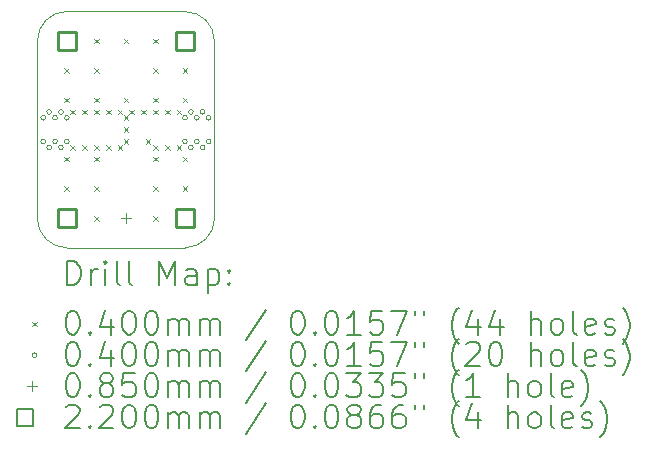
<source format=gbr>
%FSLAX45Y45*%
G04 Gerber Fmt 4.5, Leading zero omitted, Abs format (unit mm)*
G04 Created by KiCad (PCBNEW 6.0.2-378541a8eb~116~ubuntu20.04.1) date 2022-03-06 10:26:16*
%MOMM*%
%LPD*%
G01*
G04 APERTURE LIST*
%TA.AperFunction,Profile*%
%ADD10C,0.100000*%
%TD*%
%ADD11C,0.200000*%
%ADD12C,0.040000*%
%ADD13C,0.085000*%
%ADD14C,0.220000*%
G04 APERTURE END LIST*
D10*
X12250000Y-7500000D02*
X12250000Y-9000000D01*
X12500000Y-9250000D02*
X13500000Y-9250000D01*
X13750000Y-7500000D02*
G75*
G03*
X13500000Y-7250000I-250000J0D01*
G01*
X12250000Y-9000000D02*
G75*
G03*
X12500000Y-9250000I250000J0D01*
G01*
X12500000Y-7250000D02*
X13500000Y-7250000D01*
X13750000Y-7500000D02*
X13750000Y-9000000D01*
X12500000Y-7250000D02*
G75*
G03*
X12250000Y-7500000I0J-250000D01*
G01*
X13500000Y-9250000D02*
G75*
G03*
X13750000Y-9000000I0J250000D01*
G01*
D11*
D12*
X12480000Y-7730000D02*
X12520000Y-7770000D01*
X12520000Y-7730000D02*
X12480000Y-7770000D01*
X12480000Y-7980000D02*
X12520000Y-8020000D01*
X12520000Y-7980000D02*
X12480000Y-8020000D01*
X12480000Y-8480000D02*
X12520000Y-8520000D01*
X12520000Y-8480000D02*
X12480000Y-8520000D01*
X12480000Y-8730000D02*
X12520000Y-8770000D01*
X12520000Y-8730000D02*
X12480000Y-8770000D01*
X12530000Y-8080000D02*
X12570000Y-8120000D01*
X12570000Y-8080000D02*
X12530000Y-8120000D01*
X12530000Y-8380000D02*
X12570000Y-8420000D01*
X12570000Y-8380000D02*
X12530000Y-8420000D01*
X12630000Y-8080000D02*
X12670000Y-8120000D01*
X12670000Y-8080000D02*
X12630000Y-8120000D01*
X12630000Y-8380000D02*
X12670000Y-8420000D01*
X12670000Y-8380000D02*
X12630000Y-8420000D01*
X12730000Y-7480000D02*
X12770000Y-7520000D01*
X12770000Y-7480000D02*
X12730000Y-7520000D01*
X12730000Y-7730000D02*
X12770000Y-7770000D01*
X12770000Y-7730000D02*
X12730000Y-7770000D01*
X12730000Y-7980000D02*
X12770000Y-8020000D01*
X12770000Y-7980000D02*
X12730000Y-8020000D01*
X12730000Y-8080000D02*
X12770000Y-8120000D01*
X12770000Y-8080000D02*
X12730000Y-8120000D01*
X12730000Y-8380000D02*
X12770000Y-8420000D01*
X12770000Y-8380000D02*
X12730000Y-8420000D01*
X12730000Y-8480000D02*
X12770000Y-8520000D01*
X12770000Y-8480000D02*
X12730000Y-8520000D01*
X12730000Y-8730000D02*
X12770000Y-8770000D01*
X12770000Y-8730000D02*
X12730000Y-8770000D01*
X12730000Y-8980000D02*
X12770000Y-9020000D01*
X12770000Y-8980000D02*
X12730000Y-9020000D01*
X12830000Y-8080000D02*
X12870000Y-8120000D01*
X12870000Y-8080000D02*
X12830000Y-8120000D01*
X12830000Y-8380000D02*
X12870000Y-8420000D01*
X12870000Y-8380000D02*
X12830000Y-8420000D01*
X12930000Y-8080000D02*
X12970000Y-8120000D01*
X12970000Y-8080000D02*
X12930000Y-8120000D01*
X12930000Y-8380000D02*
X12970000Y-8420000D01*
X12970000Y-8380000D02*
X12930000Y-8420000D01*
X12980000Y-7480000D02*
X13020000Y-7520000D01*
X13020000Y-7480000D02*
X12980000Y-7520000D01*
X12980000Y-7980000D02*
X13020000Y-8020000D01*
X13020000Y-7980000D02*
X12980000Y-8020000D01*
X12980000Y-8130000D02*
X13020000Y-8170000D01*
X13020000Y-8130000D02*
X12980000Y-8170000D01*
X12980000Y-8230000D02*
X13020000Y-8270000D01*
X13020000Y-8230000D02*
X12980000Y-8270000D01*
X12980000Y-8330000D02*
X13020000Y-8370000D01*
X13020000Y-8330000D02*
X12980000Y-8370000D01*
X13030000Y-8080000D02*
X13070000Y-8120000D01*
X13070000Y-8080000D02*
X13030000Y-8120000D01*
X13130000Y-8080000D02*
X13170000Y-8120000D01*
X13170000Y-8080000D02*
X13130000Y-8120000D01*
X13166265Y-8329656D02*
X13206265Y-8369656D01*
X13206265Y-8329656D02*
X13166265Y-8369656D01*
X13230000Y-7480000D02*
X13270000Y-7520000D01*
X13270000Y-7480000D02*
X13230000Y-7520000D01*
X13230000Y-7730000D02*
X13270000Y-7770000D01*
X13270000Y-7730000D02*
X13230000Y-7770000D01*
X13230000Y-7980000D02*
X13270000Y-8020000D01*
X13270000Y-7980000D02*
X13230000Y-8020000D01*
X13230000Y-8080000D02*
X13270000Y-8120000D01*
X13270000Y-8080000D02*
X13230000Y-8120000D01*
X13230000Y-8380000D02*
X13270000Y-8420000D01*
X13270000Y-8380000D02*
X13230000Y-8420000D01*
X13230000Y-8480000D02*
X13270000Y-8520000D01*
X13270000Y-8480000D02*
X13230000Y-8520000D01*
X13230000Y-8730000D02*
X13270000Y-8770000D01*
X13270000Y-8730000D02*
X13230000Y-8770000D01*
X13230000Y-8980000D02*
X13270000Y-9020000D01*
X13270000Y-8980000D02*
X13230000Y-9020000D01*
X13330000Y-8080000D02*
X13370000Y-8120000D01*
X13370000Y-8080000D02*
X13330000Y-8120000D01*
X13330000Y-8380000D02*
X13370000Y-8420000D01*
X13370000Y-8380000D02*
X13330000Y-8420000D01*
X13430000Y-8080000D02*
X13470000Y-8120000D01*
X13470000Y-8080000D02*
X13430000Y-8120000D01*
X13430000Y-8380000D02*
X13470000Y-8420000D01*
X13470000Y-8380000D02*
X13430000Y-8420000D01*
X13480000Y-7730000D02*
X13520000Y-7770000D01*
X13520000Y-7730000D02*
X13480000Y-7770000D01*
X13480000Y-7980000D02*
X13520000Y-8020000D01*
X13520000Y-7980000D02*
X13480000Y-8020000D01*
X13480000Y-8480000D02*
X13520000Y-8520000D01*
X13520000Y-8480000D02*
X13480000Y-8520000D01*
X13480000Y-8730000D02*
X13520000Y-8770000D01*
X13520000Y-8730000D02*
X13480000Y-8770000D01*
X12320000Y-8150000D02*
G75*
G03*
X12320000Y-8150000I-20000J0D01*
G01*
X12320000Y-8350000D02*
G75*
G03*
X12320000Y-8350000I-20000J0D01*
G01*
X12370000Y-8100000D02*
G75*
G03*
X12370000Y-8100000I-20000J0D01*
G01*
X12370000Y-8400000D02*
G75*
G03*
X12370000Y-8400000I-20000J0D01*
G01*
X12420000Y-8150000D02*
G75*
G03*
X12420000Y-8150000I-20000J0D01*
G01*
X12420000Y-8350000D02*
G75*
G03*
X12420000Y-8350000I-20000J0D01*
G01*
X12470000Y-8100000D02*
G75*
G03*
X12470000Y-8100000I-20000J0D01*
G01*
X12470000Y-8400000D02*
G75*
G03*
X12470000Y-8400000I-20000J0D01*
G01*
X12520000Y-8150000D02*
G75*
G03*
X12520000Y-8150000I-20000J0D01*
G01*
X12520000Y-8350000D02*
G75*
G03*
X12520000Y-8350000I-20000J0D01*
G01*
X13520000Y-8150000D02*
G75*
G03*
X13520000Y-8150000I-20000J0D01*
G01*
X13520000Y-8350000D02*
G75*
G03*
X13520000Y-8350000I-20000J0D01*
G01*
X13570000Y-8100000D02*
G75*
G03*
X13570000Y-8100000I-20000J0D01*
G01*
X13570000Y-8400000D02*
G75*
G03*
X13570000Y-8400000I-20000J0D01*
G01*
X13620000Y-8150000D02*
G75*
G03*
X13620000Y-8150000I-20000J0D01*
G01*
X13620000Y-8350000D02*
G75*
G03*
X13620000Y-8350000I-20000J0D01*
G01*
X13670000Y-8100000D02*
G75*
G03*
X13670000Y-8100000I-20000J0D01*
G01*
X13670000Y-8400000D02*
G75*
G03*
X13670000Y-8400000I-20000J0D01*
G01*
X13720000Y-8150000D02*
G75*
G03*
X13720000Y-8150000I-20000J0D01*
G01*
X13720000Y-8350000D02*
G75*
G03*
X13720000Y-8350000I-20000J0D01*
G01*
D13*
X13000000Y-8957500D02*
X13000000Y-9042500D01*
X12957500Y-9000000D02*
X13042500Y-9000000D01*
D14*
X12577782Y-7577782D02*
X12577782Y-7422217D01*
X12422217Y-7422217D01*
X12422217Y-7577782D01*
X12577782Y-7577782D01*
X12577782Y-9077783D02*
X12577782Y-8922218D01*
X12422217Y-8922218D01*
X12422217Y-9077783D01*
X12577782Y-9077783D01*
X13577782Y-7577782D02*
X13577782Y-7422217D01*
X13422217Y-7422217D01*
X13422217Y-7577782D01*
X13577782Y-7577782D01*
X13577782Y-9077783D02*
X13577782Y-8922218D01*
X13422217Y-8922218D01*
X13422217Y-9077783D01*
X13577782Y-9077783D01*
D11*
X12502619Y-9565476D02*
X12502619Y-9365476D01*
X12550238Y-9365476D01*
X12578809Y-9375000D01*
X12597857Y-9394048D01*
X12607381Y-9413095D01*
X12616905Y-9451190D01*
X12616905Y-9479762D01*
X12607381Y-9517857D01*
X12597857Y-9536905D01*
X12578809Y-9555952D01*
X12550238Y-9565476D01*
X12502619Y-9565476D01*
X12702619Y-9565476D02*
X12702619Y-9432143D01*
X12702619Y-9470238D02*
X12712143Y-9451190D01*
X12721667Y-9441667D01*
X12740714Y-9432143D01*
X12759762Y-9432143D01*
X12826428Y-9565476D02*
X12826428Y-9432143D01*
X12826428Y-9365476D02*
X12816905Y-9375000D01*
X12826428Y-9384524D01*
X12835952Y-9375000D01*
X12826428Y-9365476D01*
X12826428Y-9384524D01*
X12950238Y-9565476D02*
X12931190Y-9555952D01*
X12921667Y-9536905D01*
X12921667Y-9365476D01*
X13055000Y-9565476D02*
X13035952Y-9555952D01*
X13026428Y-9536905D01*
X13026428Y-9365476D01*
X13283571Y-9565476D02*
X13283571Y-9365476D01*
X13350238Y-9508333D01*
X13416905Y-9365476D01*
X13416905Y-9565476D01*
X13597857Y-9565476D02*
X13597857Y-9460714D01*
X13588333Y-9441667D01*
X13569286Y-9432143D01*
X13531190Y-9432143D01*
X13512143Y-9441667D01*
X13597857Y-9555952D02*
X13578809Y-9565476D01*
X13531190Y-9565476D01*
X13512143Y-9555952D01*
X13502619Y-9536905D01*
X13502619Y-9517857D01*
X13512143Y-9498810D01*
X13531190Y-9489286D01*
X13578809Y-9489286D01*
X13597857Y-9479762D01*
X13693095Y-9432143D02*
X13693095Y-9632143D01*
X13693095Y-9441667D02*
X13712143Y-9432143D01*
X13750238Y-9432143D01*
X13769286Y-9441667D01*
X13778809Y-9451190D01*
X13788333Y-9470238D01*
X13788333Y-9527381D01*
X13778809Y-9546429D01*
X13769286Y-9555952D01*
X13750238Y-9565476D01*
X13712143Y-9565476D01*
X13693095Y-9555952D01*
X13874048Y-9546429D02*
X13883571Y-9555952D01*
X13874048Y-9565476D01*
X13864524Y-9555952D01*
X13874048Y-9546429D01*
X13874048Y-9565476D01*
X13874048Y-9441667D02*
X13883571Y-9451190D01*
X13874048Y-9460714D01*
X13864524Y-9451190D01*
X13874048Y-9441667D01*
X13874048Y-9460714D01*
D12*
X12205000Y-9875000D02*
X12245000Y-9915000D01*
X12245000Y-9875000D02*
X12205000Y-9915000D01*
D11*
X12540714Y-9785476D02*
X12559762Y-9785476D01*
X12578809Y-9795000D01*
X12588333Y-9804524D01*
X12597857Y-9823571D01*
X12607381Y-9861667D01*
X12607381Y-9909286D01*
X12597857Y-9947381D01*
X12588333Y-9966429D01*
X12578809Y-9975952D01*
X12559762Y-9985476D01*
X12540714Y-9985476D01*
X12521667Y-9975952D01*
X12512143Y-9966429D01*
X12502619Y-9947381D01*
X12493095Y-9909286D01*
X12493095Y-9861667D01*
X12502619Y-9823571D01*
X12512143Y-9804524D01*
X12521667Y-9795000D01*
X12540714Y-9785476D01*
X12693095Y-9966429D02*
X12702619Y-9975952D01*
X12693095Y-9985476D01*
X12683571Y-9975952D01*
X12693095Y-9966429D01*
X12693095Y-9985476D01*
X12874048Y-9852143D02*
X12874048Y-9985476D01*
X12826428Y-9775952D02*
X12778809Y-9918810D01*
X12902619Y-9918810D01*
X13016905Y-9785476D02*
X13035952Y-9785476D01*
X13055000Y-9795000D01*
X13064524Y-9804524D01*
X13074048Y-9823571D01*
X13083571Y-9861667D01*
X13083571Y-9909286D01*
X13074048Y-9947381D01*
X13064524Y-9966429D01*
X13055000Y-9975952D01*
X13035952Y-9985476D01*
X13016905Y-9985476D01*
X12997857Y-9975952D01*
X12988333Y-9966429D01*
X12978809Y-9947381D01*
X12969286Y-9909286D01*
X12969286Y-9861667D01*
X12978809Y-9823571D01*
X12988333Y-9804524D01*
X12997857Y-9795000D01*
X13016905Y-9785476D01*
X13207381Y-9785476D02*
X13226428Y-9785476D01*
X13245476Y-9795000D01*
X13255000Y-9804524D01*
X13264524Y-9823571D01*
X13274048Y-9861667D01*
X13274048Y-9909286D01*
X13264524Y-9947381D01*
X13255000Y-9966429D01*
X13245476Y-9975952D01*
X13226428Y-9985476D01*
X13207381Y-9985476D01*
X13188333Y-9975952D01*
X13178809Y-9966429D01*
X13169286Y-9947381D01*
X13159762Y-9909286D01*
X13159762Y-9861667D01*
X13169286Y-9823571D01*
X13178809Y-9804524D01*
X13188333Y-9795000D01*
X13207381Y-9785476D01*
X13359762Y-9985476D02*
X13359762Y-9852143D01*
X13359762Y-9871190D02*
X13369286Y-9861667D01*
X13388333Y-9852143D01*
X13416905Y-9852143D01*
X13435952Y-9861667D01*
X13445476Y-9880714D01*
X13445476Y-9985476D01*
X13445476Y-9880714D02*
X13455000Y-9861667D01*
X13474048Y-9852143D01*
X13502619Y-9852143D01*
X13521667Y-9861667D01*
X13531190Y-9880714D01*
X13531190Y-9985476D01*
X13626428Y-9985476D02*
X13626428Y-9852143D01*
X13626428Y-9871190D02*
X13635952Y-9861667D01*
X13655000Y-9852143D01*
X13683571Y-9852143D01*
X13702619Y-9861667D01*
X13712143Y-9880714D01*
X13712143Y-9985476D01*
X13712143Y-9880714D02*
X13721667Y-9861667D01*
X13740714Y-9852143D01*
X13769286Y-9852143D01*
X13788333Y-9861667D01*
X13797857Y-9880714D01*
X13797857Y-9985476D01*
X14188333Y-9775952D02*
X14016905Y-10033095D01*
X14445476Y-9785476D02*
X14464524Y-9785476D01*
X14483571Y-9795000D01*
X14493095Y-9804524D01*
X14502619Y-9823571D01*
X14512143Y-9861667D01*
X14512143Y-9909286D01*
X14502619Y-9947381D01*
X14493095Y-9966429D01*
X14483571Y-9975952D01*
X14464524Y-9985476D01*
X14445476Y-9985476D01*
X14426428Y-9975952D01*
X14416905Y-9966429D01*
X14407381Y-9947381D01*
X14397857Y-9909286D01*
X14397857Y-9861667D01*
X14407381Y-9823571D01*
X14416905Y-9804524D01*
X14426428Y-9795000D01*
X14445476Y-9785476D01*
X14597857Y-9966429D02*
X14607381Y-9975952D01*
X14597857Y-9985476D01*
X14588333Y-9975952D01*
X14597857Y-9966429D01*
X14597857Y-9985476D01*
X14731190Y-9785476D02*
X14750238Y-9785476D01*
X14769286Y-9795000D01*
X14778809Y-9804524D01*
X14788333Y-9823571D01*
X14797857Y-9861667D01*
X14797857Y-9909286D01*
X14788333Y-9947381D01*
X14778809Y-9966429D01*
X14769286Y-9975952D01*
X14750238Y-9985476D01*
X14731190Y-9985476D01*
X14712143Y-9975952D01*
X14702619Y-9966429D01*
X14693095Y-9947381D01*
X14683571Y-9909286D01*
X14683571Y-9861667D01*
X14693095Y-9823571D01*
X14702619Y-9804524D01*
X14712143Y-9795000D01*
X14731190Y-9785476D01*
X14988333Y-9985476D02*
X14874048Y-9985476D01*
X14931190Y-9985476D02*
X14931190Y-9785476D01*
X14912143Y-9814048D01*
X14893095Y-9833095D01*
X14874048Y-9842619D01*
X15169286Y-9785476D02*
X15074048Y-9785476D01*
X15064524Y-9880714D01*
X15074048Y-9871190D01*
X15093095Y-9861667D01*
X15140714Y-9861667D01*
X15159762Y-9871190D01*
X15169286Y-9880714D01*
X15178809Y-9899762D01*
X15178809Y-9947381D01*
X15169286Y-9966429D01*
X15159762Y-9975952D01*
X15140714Y-9985476D01*
X15093095Y-9985476D01*
X15074048Y-9975952D01*
X15064524Y-9966429D01*
X15245476Y-9785476D02*
X15378809Y-9785476D01*
X15293095Y-9985476D01*
X15445476Y-9785476D02*
X15445476Y-9823571D01*
X15521667Y-9785476D02*
X15521667Y-9823571D01*
X15816905Y-10061667D02*
X15807381Y-10052143D01*
X15788333Y-10023571D01*
X15778809Y-10004524D01*
X15769286Y-9975952D01*
X15759762Y-9928333D01*
X15759762Y-9890238D01*
X15769286Y-9842619D01*
X15778809Y-9814048D01*
X15788333Y-9795000D01*
X15807381Y-9766429D01*
X15816905Y-9756905D01*
X15978809Y-9852143D02*
X15978809Y-9985476D01*
X15931190Y-9775952D02*
X15883571Y-9918810D01*
X16007381Y-9918810D01*
X16169286Y-9852143D02*
X16169286Y-9985476D01*
X16121667Y-9775952D02*
X16074048Y-9918810D01*
X16197857Y-9918810D01*
X16426428Y-9985476D02*
X16426428Y-9785476D01*
X16512143Y-9985476D02*
X16512143Y-9880714D01*
X16502619Y-9861667D01*
X16483571Y-9852143D01*
X16455000Y-9852143D01*
X16435952Y-9861667D01*
X16426428Y-9871190D01*
X16635952Y-9985476D02*
X16616905Y-9975952D01*
X16607381Y-9966429D01*
X16597857Y-9947381D01*
X16597857Y-9890238D01*
X16607381Y-9871190D01*
X16616905Y-9861667D01*
X16635952Y-9852143D01*
X16664524Y-9852143D01*
X16683571Y-9861667D01*
X16693095Y-9871190D01*
X16702619Y-9890238D01*
X16702619Y-9947381D01*
X16693095Y-9966429D01*
X16683571Y-9975952D01*
X16664524Y-9985476D01*
X16635952Y-9985476D01*
X16816905Y-9985476D02*
X16797857Y-9975952D01*
X16788333Y-9956905D01*
X16788333Y-9785476D01*
X16969286Y-9975952D02*
X16950238Y-9985476D01*
X16912143Y-9985476D01*
X16893095Y-9975952D01*
X16883571Y-9956905D01*
X16883571Y-9880714D01*
X16893095Y-9861667D01*
X16912143Y-9852143D01*
X16950238Y-9852143D01*
X16969286Y-9861667D01*
X16978810Y-9880714D01*
X16978810Y-9899762D01*
X16883571Y-9918810D01*
X17055000Y-9975952D02*
X17074048Y-9985476D01*
X17112143Y-9985476D01*
X17131190Y-9975952D01*
X17140714Y-9956905D01*
X17140714Y-9947381D01*
X17131190Y-9928333D01*
X17112143Y-9918810D01*
X17083571Y-9918810D01*
X17064524Y-9909286D01*
X17055000Y-9890238D01*
X17055000Y-9880714D01*
X17064524Y-9861667D01*
X17083571Y-9852143D01*
X17112143Y-9852143D01*
X17131190Y-9861667D01*
X17207381Y-10061667D02*
X17216905Y-10052143D01*
X17235952Y-10023571D01*
X17245476Y-10004524D01*
X17255000Y-9975952D01*
X17264524Y-9928333D01*
X17264524Y-9890238D01*
X17255000Y-9842619D01*
X17245476Y-9814048D01*
X17235952Y-9795000D01*
X17216905Y-9766429D01*
X17207381Y-9756905D01*
D12*
X12245000Y-10159000D02*
G75*
G03*
X12245000Y-10159000I-20000J0D01*
G01*
D11*
X12540714Y-10049476D02*
X12559762Y-10049476D01*
X12578809Y-10059000D01*
X12588333Y-10068524D01*
X12597857Y-10087571D01*
X12607381Y-10125667D01*
X12607381Y-10173286D01*
X12597857Y-10211381D01*
X12588333Y-10230429D01*
X12578809Y-10239952D01*
X12559762Y-10249476D01*
X12540714Y-10249476D01*
X12521667Y-10239952D01*
X12512143Y-10230429D01*
X12502619Y-10211381D01*
X12493095Y-10173286D01*
X12493095Y-10125667D01*
X12502619Y-10087571D01*
X12512143Y-10068524D01*
X12521667Y-10059000D01*
X12540714Y-10049476D01*
X12693095Y-10230429D02*
X12702619Y-10239952D01*
X12693095Y-10249476D01*
X12683571Y-10239952D01*
X12693095Y-10230429D01*
X12693095Y-10249476D01*
X12874048Y-10116143D02*
X12874048Y-10249476D01*
X12826428Y-10039952D02*
X12778809Y-10182810D01*
X12902619Y-10182810D01*
X13016905Y-10049476D02*
X13035952Y-10049476D01*
X13055000Y-10059000D01*
X13064524Y-10068524D01*
X13074048Y-10087571D01*
X13083571Y-10125667D01*
X13083571Y-10173286D01*
X13074048Y-10211381D01*
X13064524Y-10230429D01*
X13055000Y-10239952D01*
X13035952Y-10249476D01*
X13016905Y-10249476D01*
X12997857Y-10239952D01*
X12988333Y-10230429D01*
X12978809Y-10211381D01*
X12969286Y-10173286D01*
X12969286Y-10125667D01*
X12978809Y-10087571D01*
X12988333Y-10068524D01*
X12997857Y-10059000D01*
X13016905Y-10049476D01*
X13207381Y-10049476D02*
X13226428Y-10049476D01*
X13245476Y-10059000D01*
X13255000Y-10068524D01*
X13264524Y-10087571D01*
X13274048Y-10125667D01*
X13274048Y-10173286D01*
X13264524Y-10211381D01*
X13255000Y-10230429D01*
X13245476Y-10239952D01*
X13226428Y-10249476D01*
X13207381Y-10249476D01*
X13188333Y-10239952D01*
X13178809Y-10230429D01*
X13169286Y-10211381D01*
X13159762Y-10173286D01*
X13159762Y-10125667D01*
X13169286Y-10087571D01*
X13178809Y-10068524D01*
X13188333Y-10059000D01*
X13207381Y-10049476D01*
X13359762Y-10249476D02*
X13359762Y-10116143D01*
X13359762Y-10135190D02*
X13369286Y-10125667D01*
X13388333Y-10116143D01*
X13416905Y-10116143D01*
X13435952Y-10125667D01*
X13445476Y-10144714D01*
X13445476Y-10249476D01*
X13445476Y-10144714D02*
X13455000Y-10125667D01*
X13474048Y-10116143D01*
X13502619Y-10116143D01*
X13521667Y-10125667D01*
X13531190Y-10144714D01*
X13531190Y-10249476D01*
X13626428Y-10249476D02*
X13626428Y-10116143D01*
X13626428Y-10135190D02*
X13635952Y-10125667D01*
X13655000Y-10116143D01*
X13683571Y-10116143D01*
X13702619Y-10125667D01*
X13712143Y-10144714D01*
X13712143Y-10249476D01*
X13712143Y-10144714D02*
X13721667Y-10125667D01*
X13740714Y-10116143D01*
X13769286Y-10116143D01*
X13788333Y-10125667D01*
X13797857Y-10144714D01*
X13797857Y-10249476D01*
X14188333Y-10039952D02*
X14016905Y-10297095D01*
X14445476Y-10049476D02*
X14464524Y-10049476D01*
X14483571Y-10059000D01*
X14493095Y-10068524D01*
X14502619Y-10087571D01*
X14512143Y-10125667D01*
X14512143Y-10173286D01*
X14502619Y-10211381D01*
X14493095Y-10230429D01*
X14483571Y-10239952D01*
X14464524Y-10249476D01*
X14445476Y-10249476D01*
X14426428Y-10239952D01*
X14416905Y-10230429D01*
X14407381Y-10211381D01*
X14397857Y-10173286D01*
X14397857Y-10125667D01*
X14407381Y-10087571D01*
X14416905Y-10068524D01*
X14426428Y-10059000D01*
X14445476Y-10049476D01*
X14597857Y-10230429D02*
X14607381Y-10239952D01*
X14597857Y-10249476D01*
X14588333Y-10239952D01*
X14597857Y-10230429D01*
X14597857Y-10249476D01*
X14731190Y-10049476D02*
X14750238Y-10049476D01*
X14769286Y-10059000D01*
X14778809Y-10068524D01*
X14788333Y-10087571D01*
X14797857Y-10125667D01*
X14797857Y-10173286D01*
X14788333Y-10211381D01*
X14778809Y-10230429D01*
X14769286Y-10239952D01*
X14750238Y-10249476D01*
X14731190Y-10249476D01*
X14712143Y-10239952D01*
X14702619Y-10230429D01*
X14693095Y-10211381D01*
X14683571Y-10173286D01*
X14683571Y-10125667D01*
X14693095Y-10087571D01*
X14702619Y-10068524D01*
X14712143Y-10059000D01*
X14731190Y-10049476D01*
X14988333Y-10249476D02*
X14874048Y-10249476D01*
X14931190Y-10249476D02*
X14931190Y-10049476D01*
X14912143Y-10078048D01*
X14893095Y-10097095D01*
X14874048Y-10106619D01*
X15169286Y-10049476D02*
X15074048Y-10049476D01*
X15064524Y-10144714D01*
X15074048Y-10135190D01*
X15093095Y-10125667D01*
X15140714Y-10125667D01*
X15159762Y-10135190D01*
X15169286Y-10144714D01*
X15178809Y-10163762D01*
X15178809Y-10211381D01*
X15169286Y-10230429D01*
X15159762Y-10239952D01*
X15140714Y-10249476D01*
X15093095Y-10249476D01*
X15074048Y-10239952D01*
X15064524Y-10230429D01*
X15245476Y-10049476D02*
X15378809Y-10049476D01*
X15293095Y-10249476D01*
X15445476Y-10049476D02*
X15445476Y-10087571D01*
X15521667Y-10049476D02*
X15521667Y-10087571D01*
X15816905Y-10325667D02*
X15807381Y-10316143D01*
X15788333Y-10287571D01*
X15778809Y-10268524D01*
X15769286Y-10239952D01*
X15759762Y-10192333D01*
X15759762Y-10154238D01*
X15769286Y-10106619D01*
X15778809Y-10078048D01*
X15788333Y-10059000D01*
X15807381Y-10030429D01*
X15816905Y-10020905D01*
X15883571Y-10068524D02*
X15893095Y-10059000D01*
X15912143Y-10049476D01*
X15959762Y-10049476D01*
X15978809Y-10059000D01*
X15988333Y-10068524D01*
X15997857Y-10087571D01*
X15997857Y-10106619D01*
X15988333Y-10135190D01*
X15874048Y-10249476D01*
X15997857Y-10249476D01*
X16121667Y-10049476D02*
X16140714Y-10049476D01*
X16159762Y-10059000D01*
X16169286Y-10068524D01*
X16178809Y-10087571D01*
X16188333Y-10125667D01*
X16188333Y-10173286D01*
X16178809Y-10211381D01*
X16169286Y-10230429D01*
X16159762Y-10239952D01*
X16140714Y-10249476D01*
X16121667Y-10249476D01*
X16102619Y-10239952D01*
X16093095Y-10230429D01*
X16083571Y-10211381D01*
X16074048Y-10173286D01*
X16074048Y-10125667D01*
X16083571Y-10087571D01*
X16093095Y-10068524D01*
X16102619Y-10059000D01*
X16121667Y-10049476D01*
X16426428Y-10249476D02*
X16426428Y-10049476D01*
X16512143Y-10249476D02*
X16512143Y-10144714D01*
X16502619Y-10125667D01*
X16483571Y-10116143D01*
X16455000Y-10116143D01*
X16435952Y-10125667D01*
X16426428Y-10135190D01*
X16635952Y-10249476D02*
X16616905Y-10239952D01*
X16607381Y-10230429D01*
X16597857Y-10211381D01*
X16597857Y-10154238D01*
X16607381Y-10135190D01*
X16616905Y-10125667D01*
X16635952Y-10116143D01*
X16664524Y-10116143D01*
X16683571Y-10125667D01*
X16693095Y-10135190D01*
X16702619Y-10154238D01*
X16702619Y-10211381D01*
X16693095Y-10230429D01*
X16683571Y-10239952D01*
X16664524Y-10249476D01*
X16635952Y-10249476D01*
X16816905Y-10249476D02*
X16797857Y-10239952D01*
X16788333Y-10220905D01*
X16788333Y-10049476D01*
X16969286Y-10239952D02*
X16950238Y-10249476D01*
X16912143Y-10249476D01*
X16893095Y-10239952D01*
X16883571Y-10220905D01*
X16883571Y-10144714D01*
X16893095Y-10125667D01*
X16912143Y-10116143D01*
X16950238Y-10116143D01*
X16969286Y-10125667D01*
X16978810Y-10144714D01*
X16978810Y-10163762D01*
X16883571Y-10182810D01*
X17055000Y-10239952D02*
X17074048Y-10249476D01*
X17112143Y-10249476D01*
X17131190Y-10239952D01*
X17140714Y-10220905D01*
X17140714Y-10211381D01*
X17131190Y-10192333D01*
X17112143Y-10182810D01*
X17083571Y-10182810D01*
X17064524Y-10173286D01*
X17055000Y-10154238D01*
X17055000Y-10144714D01*
X17064524Y-10125667D01*
X17083571Y-10116143D01*
X17112143Y-10116143D01*
X17131190Y-10125667D01*
X17207381Y-10325667D02*
X17216905Y-10316143D01*
X17235952Y-10287571D01*
X17245476Y-10268524D01*
X17255000Y-10239952D01*
X17264524Y-10192333D01*
X17264524Y-10154238D01*
X17255000Y-10106619D01*
X17245476Y-10078048D01*
X17235952Y-10059000D01*
X17216905Y-10030429D01*
X17207381Y-10020905D01*
D13*
X12202500Y-10380500D02*
X12202500Y-10465500D01*
X12160000Y-10423000D02*
X12245000Y-10423000D01*
D11*
X12540714Y-10313476D02*
X12559762Y-10313476D01*
X12578809Y-10323000D01*
X12588333Y-10332524D01*
X12597857Y-10351571D01*
X12607381Y-10389667D01*
X12607381Y-10437286D01*
X12597857Y-10475381D01*
X12588333Y-10494429D01*
X12578809Y-10503952D01*
X12559762Y-10513476D01*
X12540714Y-10513476D01*
X12521667Y-10503952D01*
X12512143Y-10494429D01*
X12502619Y-10475381D01*
X12493095Y-10437286D01*
X12493095Y-10389667D01*
X12502619Y-10351571D01*
X12512143Y-10332524D01*
X12521667Y-10323000D01*
X12540714Y-10313476D01*
X12693095Y-10494429D02*
X12702619Y-10503952D01*
X12693095Y-10513476D01*
X12683571Y-10503952D01*
X12693095Y-10494429D01*
X12693095Y-10513476D01*
X12816905Y-10399190D02*
X12797857Y-10389667D01*
X12788333Y-10380143D01*
X12778809Y-10361095D01*
X12778809Y-10351571D01*
X12788333Y-10332524D01*
X12797857Y-10323000D01*
X12816905Y-10313476D01*
X12855000Y-10313476D01*
X12874048Y-10323000D01*
X12883571Y-10332524D01*
X12893095Y-10351571D01*
X12893095Y-10361095D01*
X12883571Y-10380143D01*
X12874048Y-10389667D01*
X12855000Y-10399190D01*
X12816905Y-10399190D01*
X12797857Y-10408714D01*
X12788333Y-10418238D01*
X12778809Y-10437286D01*
X12778809Y-10475381D01*
X12788333Y-10494429D01*
X12797857Y-10503952D01*
X12816905Y-10513476D01*
X12855000Y-10513476D01*
X12874048Y-10503952D01*
X12883571Y-10494429D01*
X12893095Y-10475381D01*
X12893095Y-10437286D01*
X12883571Y-10418238D01*
X12874048Y-10408714D01*
X12855000Y-10399190D01*
X13074048Y-10313476D02*
X12978809Y-10313476D01*
X12969286Y-10408714D01*
X12978809Y-10399190D01*
X12997857Y-10389667D01*
X13045476Y-10389667D01*
X13064524Y-10399190D01*
X13074048Y-10408714D01*
X13083571Y-10427762D01*
X13083571Y-10475381D01*
X13074048Y-10494429D01*
X13064524Y-10503952D01*
X13045476Y-10513476D01*
X12997857Y-10513476D01*
X12978809Y-10503952D01*
X12969286Y-10494429D01*
X13207381Y-10313476D02*
X13226428Y-10313476D01*
X13245476Y-10323000D01*
X13255000Y-10332524D01*
X13264524Y-10351571D01*
X13274048Y-10389667D01*
X13274048Y-10437286D01*
X13264524Y-10475381D01*
X13255000Y-10494429D01*
X13245476Y-10503952D01*
X13226428Y-10513476D01*
X13207381Y-10513476D01*
X13188333Y-10503952D01*
X13178809Y-10494429D01*
X13169286Y-10475381D01*
X13159762Y-10437286D01*
X13159762Y-10389667D01*
X13169286Y-10351571D01*
X13178809Y-10332524D01*
X13188333Y-10323000D01*
X13207381Y-10313476D01*
X13359762Y-10513476D02*
X13359762Y-10380143D01*
X13359762Y-10399190D02*
X13369286Y-10389667D01*
X13388333Y-10380143D01*
X13416905Y-10380143D01*
X13435952Y-10389667D01*
X13445476Y-10408714D01*
X13445476Y-10513476D01*
X13445476Y-10408714D02*
X13455000Y-10389667D01*
X13474048Y-10380143D01*
X13502619Y-10380143D01*
X13521667Y-10389667D01*
X13531190Y-10408714D01*
X13531190Y-10513476D01*
X13626428Y-10513476D02*
X13626428Y-10380143D01*
X13626428Y-10399190D02*
X13635952Y-10389667D01*
X13655000Y-10380143D01*
X13683571Y-10380143D01*
X13702619Y-10389667D01*
X13712143Y-10408714D01*
X13712143Y-10513476D01*
X13712143Y-10408714D02*
X13721667Y-10389667D01*
X13740714Y-10380143D01*
X13769286Y-10380143D01*
X13788333Y-10389667D01*
X13797857Y-10408714D01*
X13797857Y-10513476D01*
X14188333Y-10303952D02*
X14016905Y-10561095D01*
X14445476Y-10313476D02*
X14464524Y-10313476D01*
X14483571Y-10323000D01*
X14493095Y-10332524D01*
X14502619Y-10351571D01*
X14512143Y-10389667D01*
X14512143Y-10437286D01*
X14502619Y-10475381D01*
X14493095Y-10494429D01*
X14483571Y-10503952D01*
X14464524Y-10513476D01*
X14445476Y-10513476D01*
X14426428Y-10503952D01*
X14416905Y-10494429D01*
X14407381Y-10475381D01*
X14397857Y-10437286D01*
X14397857Y-10389667D01*
X14407381Y-10351571D01*
X14416905Y-10332524D01*
X14426428Y-10323000D01*
X14445476Y-10313476D01*
X14597857Y-10494429D02*
X14607381Y-10503952D01*
X14597857Y-10513476D01*
X14588333Y-10503952D01*
X14597857Y-10494429D01*
X14597857Y-10513476D01*
X14731190Y-10313476D02*
X14750238Y-10313476D01*
X14769286Y-10323000D01*
X14778809Y-10332524D01*
X14788333Y-10351571D01*
X14797857Y-10389667D01*
X14797857Y-10437286D01*
X14788333Y-10475381D01*
X14778809Y-10494429D01*
X14769286Y-10503952D01*
X14750238Y-10513476D01*
X14731190Y-10513476D01*
X14712143Y-10503952D01*
X14702619Y-10494429D01*
X14693095Y-10475381D01*
X14683571Y-10437286D01*
X14683571Y-10389667D01*
X14693095Y-10351571D01*
X14702619Y-10332524D01*
X14712143Y-10323000D01*
X14731190Y-10313476D01*
X14864524Y-10313476D02*
X14988333Y-10313476D01*
X14921667Y-10389667D01*
X14950238Y-10389667D01*
X14969286Y-10399190D01*
X14978809Y-10408714D01*
X14988333Y-10427762D01*
X14988333Y-10475381D01*
X14978809Y-10494429D01*
X14969286Y-10503952D01*
X14950238Y-10513476D01*
X14893095Y-10513476D01*
X14874048Y-10503952D01*
X14864524Y-10494429D01*
X15055000Y-10313476D02*
X15178809Y-10313476D01*
X15112143Y-10389667D01*
X15140714Y-10389667D01*
X15159762Y-10399190D01*
X15169286Y-10408714D01*
X15178809Y-10427762D01*
X15178809Y-10475381D01*
X15169286Y-10494429D01*
X15159762Y-10503952D01*
X15140714Y-10513476D01*
X15083571Y-10513476D01*
X15064524Y-10503952D01*
X15055000Y-10494429D01*
X15359762Y-10313476D02*
X15264524Y-10313476D01*
X15255000Y-10408714D01*
X15264524Y-10399190D01*
X15283571Y-10389667D01*
X15331190Y-10389667D01*
X15350238Y-10399190D01*
X15359762Y-10408714D01*
X15369286Y-10427762D01*
X15369286Y-10475381D01*
X15359762Y-10494429D01*
X15350238Y-10503952D01*
X15331190Y-10513476D01*
X15283571Y-10513476D01*
X15264524Y-10503952D01*
X15255000Y-10494429D01*
X15445476Y-10313476D02*
X15445476Y-10351571D01*
X15521667Y-10313476D02*
X15521667Y-10351571D01*
X15816905Y-10589667D02*
X15807381Y-10580143D01*
X15788333Y-10551571D01*
X15778809Y-10532524D01*
X15769286Y-10503952D01*
X15759762Y-10456333D01*
X15759762Y-10418238D01*
X15769286Y-10370619D01*
X15778809Y-10342048D01*
X15788333Y-10323000D01*
X15807381Y-10294429D01*
X15816905Y-10284905D01*
X15997857Y-10513476D02*
X15883571Y-10513476D01*
X15940714Y-10513476D02*
X15940714Y-10313476D01*
X15921667Y-10342048D01*
X15902619Y-10361095D01*
X15883571Y-10370619D01*
X16235952Y-10513476D02*
X16235952Y-10313476D01*
X16321667Y-10513476D02*
X16321667Y-10408714D01*
X16312143Y-10389667D01*
X16293095Y-10380143D01*
X16264524Y-10380143D01*
X16245476Y-10389667D01*
X16235952Y-10399190D01*
X16445476Y-10513476D02*
X16426428Y-10503952D01*
X16416905Y-10494429D01*
X16407381Y-10475381D01*
X16407381Y-10418238D01*
X16416905Y-10399190D01*
X16426428Y-10389667D01*
X16445476Y-10380143D01*
X16474048Y-10380143D01*
X16493095Y-10389667D01*
X16502619Y-10399190D01*
X16512143Y-10418238D01*
X16512143Y-10475381D01*
X16502619Y-10494429D01*
X16493095Y-10503952D01*
X16474048Y-10513476D01*
X16445476Y-10513476D01*
X16626428Y-10513476D02*
X16607381Y-10503952D01*
X16597857Y-10484905D01*
X16597857Y-10313476D01*
X16778810Y-10503952D02*
X16759762Y-10513476D01*
X16721667Y-10513476D01*
X16702619Y-10503952D01*
X16693095Y-10484905D01*
X16693095Y-10408714D01*
X16702619Y-10389667D01*
X16721667Y-10380143D01*
X16759762Y-10380143D01*
X16778810Y-10389667D01*
X16788333Y-10408714D01*
X16788333Y-10427762D01*
X16693095Y-10446810D01*
X16855000Y-10589667D02*
X16864524Y-10580143D01*
X16883571Y-10551571D01*
X16893095Y-10532524D01*
X16902619Y-10503952D01*
X16912143Y-10456333D01*
X16912143Y-10418238D01*
X16902619Y-10370619D01*
X16893095Y-10342048D01*
X16883571Y-10323000D01*
X16864524Y-10294429D01*
X16855000Y-10284905D01*
X12215711Y-10757711D02*
X12215711Y-10616289D01*
X12074289Y-10616289D01*
X12074289Y-10757711D01*
X12215711Y-10757711D01*
X12493095Y-10596524D02*
X12502619Y-10587000D01*
X12521667Y-10577476D01*
X12569286Y-10577476D01*
X12588333Y-10587000D01*
X12597857Y-10596524D01*
X12607381Y-10615571D01*
X12607381Y-10634619D01*
X12597857Y-10663190D01*
X12483571Y-10777476D01*
X12607381Y-10777476D01*
X12693095Y-10758429D02*
X12702619Y-10767952D01*
X12693095Y-10777476D01*
X12683571Y-10767952D01*
X12693095Y-10758429D01*
X12693095Y-10777476D01*
X12778809Y-10596524D02*
X12788333Y-10587000D01*
X12807381Y-10577476D01*
X12855000Y-10577476D01*
X12874048Y-10587000D01*
X12883571Y-10596524D01*
X12893095Y-10615571D01*
X12893095Y-10634619D01*
X12883571Y-10663190D01*
X12769286Y-10777476D01*
X12893095Y-10777476D01*
X13016905Y-10577476D02*
X13035952Y-10577476D01*
X13055000Y-10587000D01*
X13064524Y-10596524D01*
X13074048Y-10615571D01*
X13083571Y-10653667D01*
X13083571Y-10701286D01*
X13074048Y-10739381D01*
X13064524Y-10758429D01*
X13055000Y-10767952D01*
X13035952Y-10777476D01*
X13016905Y-10777476D01*
X12997857Y-10767952D01*
X12988333Y-10758429D01*
X12978809Y-10739381D01*
X12969286Y-10701286D01*
X12969286Y-10653667D01*
X12978809Y-10615571D01*
X12988333Y-10596524D01*
X12997857Y-10587000D01*
X13016905Y-10577476D01*
X13207381Y-10577476D02*
X13226428Y-10577476D01*
X13245476Y-10587000D01*
X13255000Y-10596524D01*
X13264524Y-10615571D01*
X13274048Y-10653667D01*
X13274048Y-10701286D01*
X13264524Y-10739381D01*
X13255000Y-10758429D01*
X13245476Y-10767952D01*
X13226428Y-10777476D01*
X13207381Y-10777476D01*
X13188333Y-10767952D01*
X13178809Y-10758429D01*
X13169286Y-10739381D01*
X13159762Y-10701286D01*
X13159762Y-10653667D01*
X13169286Y-10615571D01*
X13178809Y-10596524D01*
X13188333Y-10587000D01*
X13207381Y-10577476D01*
X13359762Y-10777476D02*
X13359762Y-10644143D01*
X13359762Y-10663190D02*
X13369286Y-10653667D01*
X13388333Y-10644143D01*
X13416905Y-10644143D01*
X13435952Y-10653667D01*
X13445476Y-10672714D01*
X13445476Y-10777476D01*
X13445476Y-10672714D02*
X13455000Y-10653667D01*
X13474048Y-10644143D01*
X13502619Y-10644143D01*
X13521667Y-10653667D01*
X13531190Y-10672714D01*
X13531190Y-10777476D01*
X13626428Y-10777476D02*
X13626428Y-10644143D01*
X13626428Y-10663190D02*
X13635952Y-10653667D01*
X13655000Y-10644143D01*
X13683571Y-10644143D01*
X13702619Y-10653667D01*
X13712143Y-10672714D01*
X13712143Y-10777476D01*
X13712143Y-10672714D02*
X13721667Y-10653667D01*
X13740714Y-10644143D01*
X13769286Y-10644143D01*
X13788333Y-10653667D01*
X13797857Y-10672714D01*
X13797857Y-10777476D01*
X14188333Y-10567952D02*
X14016905Y-10825095D01*
X14445476Y-10577476D02*
X14464524Y-10577476D01*
X14483571Y-10587000D01*
X14493095Y-10596524D01*
X14502619Y-10615571D01*
X14512143Y-10653667D01*
X14512143Y-10701286D01*
X14502619Y-10739381D01*
X14493095Y-10758429D01*
X14483571Y-10767952D01*
X14464524Y-10777476D01*
X14445476Y-10777476D01*
X14426428Y-10767952D01*
X14416905Y-10758429D01*
X14407381Y-10739381D01*
X14397857Y-10701286D01*
X14397857Y-10653667D01*
X14407381Y-10615571D01*
X14416905Y-10596524D01*
X14426428Y-10587000D01*
X14445476Y-10577476D01*
X14597857Y-10758429D02*
X14607381Y-10767952D01*
X14597857Y-10777476D01*
X14588333Y-10767952D01*
X14597857Y-10758429D01*
X14597857Y-10777476D01*
X14731190Y-10577476D02*
X14750238Y-10577476D01*
X14769286Y-10587000D01*
X14778809Y-10596524D01*
X14788333Y-10615571D01*
X14797857Y-10653667D01*
X14797857Y-10701286D01*
X14788333Y-10739381D01*
X14778809Y-10758429D01*
X14769286Y-10767952D01*
X14750238Y-10777476D01*
X14731190Y-10777476D01*
X14712143Y-10767952D01*
X14702619Y-10758429D01*
X14693095Y-10739381D01*
X14683571Y-10701286D01*
X14683571Y-10653667D01*
X14693095Y-10615571D01*
X14702619Y-10596524D01*
X14712143Y-10587000D01*
X14731190Y-10577476D01*
X14912143Y-10663190D02*
X14893095Y-10653667D01*
X14883571Y-10644143D01*
X14874048Y-10625095D01*
X14874048Y-10615571D01*
X14883571Y-10596524D01*
X14893095Y-10587000D01*
X14912143Y-10577476D01*
X14950238Y-10577476D01*
X14969286Y-10587000D01*
X14978809Y-10596524D01*
X14988333Y-10615571D01*
X14988333Y-10625095D01*
X14978809Y-10644143D01*
X14969286Y-10653667D01*
X14950238Y-10663190D01*
X14912143Y-10663190D01*
X14893095Y-10672714D01*
X14883571Y-10682238D01*
X14874048Y-10701286D01*
X14874048Y-10739381D01*
X14883571Y-10758429D01*
X14893095Y-10767952D01*
X14912143Y-10777476D01*
X14950238Y-10777476D01*
X14969286Y-10767952D01*
X14978809Y-10758429D01*
X14988333Y-10739381D01*
X14988333Y-10701286D01*
X14978809Y-10682238D01*
X14969286Y-10672714D01*
X14950238Y-10663190D01*
X15159762Y-10577476D02*
X15121667Y-10577476D01*
X15102619Y-10587000D01*
X15093095Y-10596524D01*
X15074048Y-10625095D01*
X15064524Y-10663190D01*
X15064524Y-10739381D01*
X15074048Y-10758429D01*
X15083571Y-10767952D01*
X15102619Y-10777476D01*
X15140714Y-10777476D01*
X15159762Y-10767952D01*
X15169286Y-10758429D01*
X15178809Y-10739381D01*
X15178809Y-10691762D01*
X15169286Y-10672714D01*
X15159762Y-10663190D01*
X15140714Y-10653667D01*
X15102619Y-10653667D01*
X15083571Y-10663190D01*
X15074048Y-10672714D01*
X15064524Y-10691762D01*
X15350238Y-10577476D02*
X15312143Y-10577476D01*
X15293095Y-10587000D01*
X15283571Y-10596524D01*
X15264524Y-10625095D01*
X15255000Y-10663190D01*
X15255000Y-10739381D01*
X15264524Y-10758429D01*
X15274048Y-10767952D01*
X15293095Y-10777476D01*
X15331190Y-10777476D01*
X15350238Y-10767952D01*
X15359762Y-10758429D01*
X15369286Y-10739381D01*
X15369286Y-10691762D01*
X15359762Y-10672714D01*
X15350238Y-10663190D01*
X15331190Y-10653667D01*
X15293095Y-10653667D01*
X15274048Y-10663190D01*
X15264524Y-10672714D01*
X15255000Y-10691762D01*
X15445476Y-10577476D02*
X15445476Y-10615571D01*
X15521667Y-10577476D02*
X15521667Y-10615571D01*
X15816905Y-10853667D02*
X15807381Y-10844143D01*
X15788333Y-10815571D01*
X15778809Y-10796524D01*
X15769286Y-10767952D01*
X15759762Y-10720333D01*
X15759762Y-10682238D01*
X15769286Y-10634619D01*
X15778809Y-10606048D01*
X15788333Y-10587000D01*
X15807381Y-10558429D01*
X15816905Y-10548905D01*
X15978809Y-10644143D02*
X15978809Y-10777476D01*
X15931190Y-10567952D02*
X15883571Y-10710810D01*
X16007381Y-10710810D01*
X16235952Y-10777476D02*
X16235952Y-10577476D01*
X16321667Y-10777476D02*
X16321667Y-10672714D01*
X16312143Y-10653667D01*
X16293095Y-10644143D01*
X16264524Y-10644143D01*
X16245476Y-10653667D01*
X16235952Y-10663190D01*
X16445476Y-10777476D02*
X16426428Y-10767952D01*
X16416905Y-10758429D01*
X16407381Y-10739381D01*
X16407381Y-10682238D01*
X16416905Y-10663190D01*
X16426428Y-10653667D01*
X16445476Y-10644143D01*
X16474048Y-10644143D01*
X16493095Y-10653667D01*
X16502619Y-10663190D01*
X16512143Y-10682238D01*
X16512143Y-10739381D01*
X16502619Y-10758429D01*
X16493095Y-10767952D01*
X16474048Y-10777476D01*
X16445476Y-10777476D01*
X16626428Y-10777476D02*
X16607381Y-10767952D01*
X16597857Y-10748905D01*
X16597857Y-10577476D01*
X16778810Y-10767952D02*
X16759762Y-10777476D01*
X16721667Y-10777476D01*
X16702619Y-10767952D01*
X16693095Y-10748905D01*
X16693095Y-10672714D01*
X16702619Y-10653667D01*
X16721667Y-10644143D01*
X16759762Y-10644143D01*
X16778810Y-10653667D01*
X16788333Y-10672714D01*
X16788333Y-10691762D01*
X16693095Y-10710810D01*
X16864524Y-10767952D02*
X16883571Y-10777476D01*
X16921667Y-10777476D01*
X16940714Y-10767952D01*
X16950238Y-10748905D01*
X16950238Y-10739381D01*
X16940714Y-10720333D01*
X16921667Y-10710810D01*
X16893095Y-10710810D01*
X16874048Y-10701286D01*
X16864524Y-10682238D01*
X16864524Y-10672714D01*
X16874048Y-10653667D01*
X16893095Y-10644143D01*
X16921667Y-10644143D01*
X16940714Y-10653667D01*
X17016905Y-10853667D02*
X17026429Y-10844143D01*
X17045476Y-10815571D01*
X17055000Y-10796524D01*
X17064524Y-10767952D01*
X17074048Y-10720333D01*
X17074048Y-10682238D01*
X17064524Y-10634619D01*
X17055000Y-10606048D01*
X17045476Y-10587000D01*
X17026429Y-10558429D01*
X17016905Y-10548905D01*
M02*

</source>
